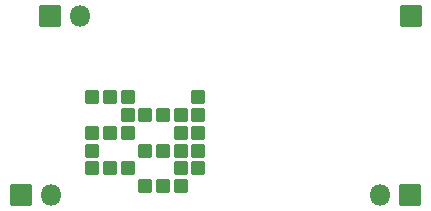
<source format=gbs>
G04 #@! TF.GenerationSoftware,KiCad,Pcbnew,(6.0.1-0)*
G04 #@! TF.CreationDate,2022-03-11T23:13:56+01:00*
G04 #@! TF.ProjectId,SDshield,53447368-6965-46c6-942e-6b696361645f,rev?*
G04 #@! TF.SameCoordinates,Original*
G04 #@! TF.FileFunction,Soldermask,Bot*
G04 #@! TF.FilePolarity,Negative*
%FSLAX46Y46*%
G04 Gerber Fmt 4.6, Leading zero omitted, Abs format (unit mm)*
G04 Created by KiCad (PCBNEW (6.0.1-0)) date 2022-03-11 23:13:56*
%MOMM*%
%LPD*%
G01*
G04 APERTURE LIST*
G04 Aperture macros list*
%AMRoundRect*
0 Rectangle with rounded corners*
0 $1 Rounding radius*
0 $2 $3 $4 $5 $6 $7 $8 $9 X,Y pos of 4 corners*
0 Add a 4 corners polygon primitive as box body*
4,1,4,$2,$3,$4,$5,$6,$7,$8,$9,$2,$3,0*
0 Add four circle primitives for the rounded corners*
1,1,$1+$1,$2,$3*
1,1,$1+$1,$4,$5*
1,1,$1+$1,$6,$7*
1,1,$1+$1,$8,$9*
0 Add four rect primitives between the rounded corners*
20,1,$1+$1,$2,$3,$4,$5,0*
20,1,$1+$1,$4,$5,$6,$7,0*
20,1,$1+$1,$6,$7,$8,$9,0*
20,1,$1+$1,$8,$9,$2,$3,0*%
G04 Aperture macros list end*
%ADD10RoundRect,0.051000X0.500000X0.500000X-0.500000X0.500000X-0.500000X-0.500000X0.500000X-0.500000X0*%
%ADD11RoundRect,0.051000X-0.850000X-0.850000X0.850000X-0.850000X0.850000X0.850000X-0.850000X0.850000X0*%
%ADD12RoundRect,0.051000X0.850000X-0.850000X0.850000X0.850000X-0.850000X0.850000X-0.850000X-0.850000X0*%
%ADD13O,1.802000X1.802000*%
%ADD14RoundRect,0.051000X-0.850000X0.850000X-0.850000X-0.850000X0.850000X-0.850000X0.850000X0.850000X0*%
G04 APERTURE END LIST*
D10*
X148825000Y-88312500D03*
X142825000Y-88312500D03*
X141325000Y-88312500D03*
X139825000Y-88312500D03*
X148825000Y-89812500D03*
X147325000Y-89812500D03*
X145825000Y-89812500D03*
X144325000Y-89812500D03*
X142825000Y-89812500D03*
X148825000Y-91312500D03*
X147325000Y-91312500D03*
X142825000Y-91312500D03*
X141325000Y-91312500D03*
X139825000Y-91312500D03*
X148825000Y-92812500D03*
X147325000Y-92812500D03*
X145825000Y-92812500D03*
X144325000Y-92812500D03*
X139825000Y-92812500D03*
X148825000Y-94312500D03*
X147325000Y-94312500D03*
X142825000Y-94312500D03*
X141325000Y-94312500D03*
X139825000Y-94312500D03*
X147325000Y-95812500D03*
X145825000Y-95812500D03*
X144325000Y-95812500D03*
D11*
X166800000Y-81400000D03*
D12*
X136260000Y-81400000D03*
D13*
X138800000Y-81400000D03*
D14*
X166740000Y-96600000D03*
D13*
X164200000Y-96600000D03*
D12*
X133800000Y-96600000D03*
D13*
X136340000Y-96600000D03*
M02*

</source>
